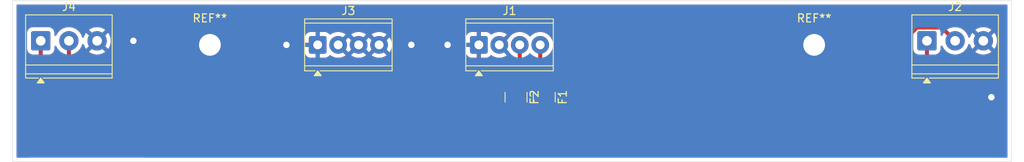
<source format=kicad_pcb>
(kicad_pcb (version 20241229) (generator "pcbnew") (generator_version "9.0")
  (layers (0 "F.Cu" signal) (2 "B.Cu" signal) (13 "F.Paste" user) (15 "B.Paste" user) (5 "F.SilkS" user "F.Silkscreen") (7 "B.SilkS" user "B.Silkscreen") (1 "F.Mask" user) (3 "B.Mask" user) (25 "Edge.Cuts" user))
  (net 0 "")
  (net 1 "-BATT")
  (net 2 "+BATT")
  (net 3 "GND")
  (net 4 "Net-(J1-Pin_4)")
  (net 5 "Net-(J1-Pin_3)")
  (footprint "MountingHole:MountingHole_2.7mm_M2.5_DIN965" (layer "F.Cu") (at 187.5 146)
    (property "Reference" "REF**" (at 0 -3.3 0) (layer "F.SilkS"))
    (property "Value" "MountingHole_2.7mm_M2.5_DIN965")
    (pad "" np_thru_hole circle (at 0 0) (size 2.7 2.7) (drill 2.7) (layers "*.Cu" "*.Mask"))
  )
  (footprint "Fuse:Fuse_1210_3225Metric" (layer "F.Cu") (at 150.5 152.5 -90)
    (property "Reference" "F2" (at 0 -2.28 90) (layer "F.SilkS"))
    (property "Value" "Fuse")
    (fp_line (start -0.602064 1.36) (end 0.602064 1.36) (stroke (width 0.12)) (layer "F.SilkS"))
    (fp_line (start -0.602064 -1.36) (end 0.602064 -1.36) (stroke (width 0.12)) (layer "F.SilkS"))
    (pad "1" smd roundrect (at -1.4 0 270) (size 1.25 2.65) (layers "F.Cu" "F.Mask" "F.Paste") (roundrect_rratio 0.2) (net 5 "Net-(J1-Pin_3)"))
    (pad "2" smd roundrect (at 1.4 0 270) (size 1.25 2.65) (layers "F.Cu" "F.Mask" "F.Paste") (roundrect_rratio 0.2) (net 1 "-BATT"))
  )
  (footprint "TerminalBlock_Phoenix:TerminalBlock_Phoenix_PT-1,5-3-3.5-H_1x03_P3.50mm_Horizontal" (layer "F.Cu") (at 201.5 145.5)
    (property "Reference" "J2" (at 3.5 -4.22 0) (layer "F.SilkS"))
    (property "Value" "Screw_Terminal_01x03")
    (fp_line (start -1.87 -3.22) (end 8.87 -3.22) (stroke (width 0.12)) (layer "F.SilkS"))
    (fp_line (start -1.87 3) (end 8.87 3) (stroke (width 0.12)) (layer "F.SilkS"))
    (fp_line (start -1.87 4.1) (end 8.87 4.1) (stroke (width 0.12)) (layer "F.SilkS"))
    (fp_line (start -1.87 4.62) (end -1.87 -3.22) (stroke (width 0.12)) (layer "F.SilkS"))
    (fp_line (start -0.3 4.62) (end -1.87 4.62) (stroke (width 0.12)) (layer "F.SilkS"))
    (fp_line (start 8.87 -3.22) (end 8.87 4.62) (stroke (width 0.12)) (layer "F.SilkS"))
    (fp_line (start 8.87 4.62) (end 0.3 4.62) (stroke (width 0.12)) (layer "F.SilkS"))
    (fp_poly (pts (xy 0 4.62) (xy 0.44 5.23) (xy -0.44 5.23)) (stroke (width 0.12)) (fill yes) (layer "F.SilkS"))
    (pad "1" thru_hole roundrect (at 0 0) (size 2.4 2.4) (drill 1.2) (layers "*.Cu" "*.Mask") (roundrect_rratio 0.104167) (net 2 "+BATT"))
    (pad "2" thru_hole circle (at 3.5 0) (size 2.4 2.4) (drill 1.2) (layers "*.Cu" "*.Mask") (net 1 "-BATT"))
    (pad "3" thru_hole circle (at 7 0) (size 2.4 2.4) (drill 1.2) (layers "*.Cu" "*.Mask") (net 3 "GND"))
  )
  (footprint "TerminalBlock_Phoenix:TerminalBlock_Phoenix_MPT-0,5-4-2.54_1x04_P2.54mm_Horizontal" (layer "F.Cu") (at 125.88 146)
    (property "Reference" "J3" (at 3.81 -4.22 0) (layer "F.SilkS"))
    (property "Value" "Screw_Terminal_01x04")
    (fp_line (start -1.62 -3.22) (end 9.24 -3.22) (stroke (width 0.12)) (layer "F.SilkS"))
    (fp_line (start -1.62 -2.7) (end 9.24 -2.7) (stroke (width 0.12)) (layer "F.SilkS"))
    (fp_line (start -1.62 2.6) (end 9.24 2.6) (stroke (width 0.12)) (layer "F.SilkS"))
    (fp_line (start -1.62 3.22) (end -1.62 -3.22) (stroke (width 0.12)) (layer "F.SilkS"))
    (fp_line (start -0.3 3.22) (end -1.62 3.22) (stroke (width 0.12)) (layer "F.SilkS"))
    (fp_line (start 9.24 -3.22) (end 9.24 3.22) (stroke (width 0.12)) (layer "F.SilkS"))
    (fp_line (start 9.24 3.22) (end 0.3 3.22) (stroke (width 0.12)) (layer "F.SilkS"))
    (fp_poly (pts (xy 0 3.22) (xy 0.44 3.83) (xy -0.44 3.83)) (stroke (width 0.12)) (fill yes) (layer "F.SilkS"))
    (pad "1" thru_hole roundrect (at 0 0) (size 2.2 2.2) (drill 1.1) (layers "*.Cu" "*.Mask") (roundrect_rratio 0.113636) (net 3 "GND"))
    (pad "2" thru_hole circle (at 2.54 0) (size 2.2 2.2) (drill 1.1) (layers "*.Cu" "*.Mask") (net 3 "GND"))
    (pad "3" thru_hole circle (at 5.08 0) (size 2.2 2.2) (drill 1.1) (layers "*.Cu" "*.Mask") (net 3 "GND"))
    (pad "4" thru_hole circle (at 7.62 0) (size 2.2 2.2) (drill 1.1) (layers "*.Cu" "*.Mask") (net 3 "GND"))
  )
  (footprint "TerminalBlock_Phoenix:TerminalBlock_Phoenix_MPT-0,5-4-2.54_1x04_P2.54mm_Horizontal" (layer "F.Cu") (at 145.88 146)
    (property "Reference" "J1" (at 3.81 -4.22 0) (layer "F.SilkS"))
    (property "Value" "Screw_Terminal_01x04")
    (fp_line (start -1.62 -3.22) (end 9.24 -3.22) (stroke (width 0.12)) (layer "F.SilkS"))
    (fp_line (start -1.62 -2.7) (end 9.24 -2.7) (stroke (width 0.12)) (layer "F.SilkS"))
    (fp_line (start -1.62 2.6) (end 9.24 2.6) (stroke (width 0.12)) (layer "F.SilkS"))
    (fp_line (start -1.62 3.22) (end -1.62 -3.22) (stroke (width 0.12)) (layer "F.SilkS"))
    (fp_line (start -0.3 3.22) (end -1.62 3.22) (stroke (width 0.12)) (layer "F.SilkS"))
    (fp_line (start 9.24 -3.22) (end 9.24 3.22) (stroke (width 0.12)) (layer "F.SilkS"))
    (fp_line (start 9.24 3.22) (end 0.3 3.22) (stroke (width 0.12)) (layer "F.SilkS"))
    (fp_poly (pts (xy 0 3.22) (xy 0.44 3.83) (xy -0.44 3.83)) (stroke (width 0.12)) (fill yes) (layer "F.SilkS"))
    (pad "1" thru_hole roundrect (at 0 0) (size 2.2 2.2) (drill 1.1) (layers "*.Cu" "*.Mask") (roundrect_rratio 0.113636) (net 3 "GND"))
    (pad "2" thru_hole circle (at 2.54 0) (size 2.2 2.2) (drill 1.1) (layers "*.Cu" "*.Mask") (net 3 "GND"))
    (pad "3" thru_hole circle (at 5.08 0) (size 2.2 2.2) (drill 1.1) (layers "*.Cu" "*.Mask") (net 5 "Net-(J1-Pin_3)"))
    (pad "4" thru_hole circle (at 7.62 0) (size 2.2 2.2) (drill 1.1) (layers "*.Cu" "*.Mask") (net 4 "Net-(J1-Pin_4)"))
  )
  (footprint "MountingHole:MountingHole_2.7mm_M2.5_DIN965" (layer "F.Cu") (at 112.5 146)
    (property "Reference" "REF**" (at 0 -3.3 0) (layer "F.SilkS"))
    (property "Value" "MountingHole_2.7mm_M2.5_DIN965")
    (pad "" np_thru_hole circle (at 0 0) (size 2.7 2.7) (drill 2.7) (layers "*.Cu" "*.Mask"))
  )
  (footprint "Fuse:Fuse_1210_3225Metric" (layer "F.Cu") (at 154 152.5 -90)
    (property "Reference" "F1" (at 0 -2.28 90) (layer "F.SilkS"))
    (property "Value" "Fuse")
    (fp_line (start -0.602064 1.36) (end 0.602064 1.36) (stroke (width 0.12)) (layer "F.SilkS"))
    (fp_line (start -0.602064 -1.36) (end 0.602064 -1.36) (stroke (width 0.12)) (layer "F.SilkS"))
    (pad "1" smd roundrect (at -1.4 0 270) (size 1.25 2.65) (layers "F.Cu" "F.Mask" "F.Paste") (roundrect_rratio 0.2) (net 4 "Net-(J1-Pin_4)"))
    (pad "2" smd roundrect (at 1.4 0 270) (size 1.25 2.65) (layers "F.Cu" "F.Mask" "F.Paste") (roundrect_rratio 0.2) (net 2 "+BATT"))
  )
  (footprint "TerminalBlock_Phoenix:TerminalBlock_Phoenix_PT-1,5-3-3.5-H_1x03_P3.50mm_Horizontal" (layer "F.Cu") (at 91.5 145.5)
    (property "Reference" "J4" (at 3.5 -4.22 0) (layer "F.SilkS"))
    (property "Value" "Screw_Terminal_01x03")
    (fp_line (start -1.87 -3.22) (end 8.87 -3.22) (stroke (width 0.12)) (layer "F.SilkS"))
    (fp_line (start -1.87 3) (end 8.87 3) (stroke (width 0.12)) (layer "F.SilkS"))
    (fp_line (start -1.87 4.1) (end 8.87 4.1) (stroke (width 0.12)) (layer "F.SilkS"))
    (fp_line (start -1.87 4.62) (end -1.87 -3.22) (stroke (width 0.12)) (layer "F.SilkS"))
    (fp_line (start -0.3 4.62) (end -1.87 4.62) (stroke (width 0.12)) (layer "F.SilkS"))
    (fp_line (start 8.87 -3.22) (end 8.87 4.62) (stroke (width 0.12)) (layer "F.SilkS"))
    (fp_line (start 8.87 4.62) (end 0.3 4.62) (stroke (width 0.12)) (layer "F.SilkS"))
    (fp_poly (pts (xy 0 4.62) (xy 0.44 5.23) (xy -0.44 5.23)) (stroke (width 0.12)) (fill yes) (layer "F.SilkS"))
    (pad "1" thru_hole roundrect (at 0 0) (size 2.4 2.4) (drill 1.2) (layers "*.Cu" "*.Mask") (roundrect_rratio 0.104167) (net 2 "+BATT"))
    (pad "2" thru_hole circle (at 3.5 0) (size 2.4 2.4) (drill 1.2) (layers "*.Cu" "*.Mask") (net 1 "-BATT"))
    (pad "3" thru_hole circle (at 7 0) (size 2.4 2.4) (drill 1.2) (layers "*.Cu" "*.Mask") (net 3 "GND"))
  )
  (gr_line (start 212 160.5) (end 88 160.5) (stroke (width 0.05)) (layer "Edge.Cuts"))
  (gr_line (start 88 140.5) (end 212 140.5) (stroke (width 0.05)) (layer "Edge.Cuts"))
  (gr_line (start 88 160.5) (end 88 140.5) (stroke (width 0.05)) (layer "Edge.Cuts"))
  (gr_line (start 212 140.5) (end 212 160.5) (stroke (width 0.05)) (layer "Edge.Cuts"))
  (gr_text "GND GND V- V+\n" (at 142.5 159 0) (layer "F.Cu") (effects (font (size 1.5 1.5) (thickness 0.3) (bold yes)) (justify left bottom)))
  (gr_text "V+ V- GND" (at 197.5 159 0) (layer "F.Cu") (effects (font (size 1.5 1.5) (thickness 0.3) (bold yes)) (justify left bottom)))
  (gr_text "V+ V- GND" (at 90.5 159.5 0) (layer "F.Cu") (effects (font (size 1.5 1.5) (thickness 0.3) (bold yes)) (justify left bottom)))
  (segment (start 151.576 152.824) (end 191.277708 152.824) (width 0.5) (layer "F.Cu") (net 1))
  (segment (start 96.9 153.9) (end 95 152) (width 0.5) (layer "F.Cu") (net 1))
  (segment (start 150.5 153.9) (end 96.9 153.9) (width 0.5) (layer "F.Cu") (net 1))
  (segment (start 203.349 143.849) (end 205 145.5) (width 0.5) (layer "F.Cu") (net 1))
  (segment (start 191.277708 152.824) (end 200.252708 143.849) (width 0.5) (layer "F.Cu") (net 1))
  (segment (start 200.252708 143.849) (end 203.349 143.849) (width 0.5) (layer "F.Cu") (net 1))
  (segment (start 150.5 153.9) (end 151.576 152.824) (width 0.5) (layer "F.Cu") (net 1))
  (segment (start 95 152) (end 95 145.5) (width 0.5) (layer "F.Cu") (net 1))
  (segment (start 91.5 151) (end 91.5 145.5) (width 0.5) (layer "F.Cu") (net 2))
  (segment (start 201.5 152) (end 201.5 145.5) (width 0.5) (layer "F.Cu") (net 2))
  (segment (start 95.476 154.976) (end 91.5 151) (width 0.5) (layer "F.Cu") (net 2))
  (segment (start 199.6 153.9) (end 201.5 152) (width 0.5) (layer "F.Cu") (net 2))
  (segment (start 154 153.9) (end 152.924 154.976) (width 0.5) (layer "F.Cu") (net 2))
  (segment (start 152.924 154.976) (end 95.476 154.976) (width 0.5) (layer "F.Cu") (net 2))
  (segment (start 154 153.9) (end 199.6 153.9) (width 0.5) (layer "F.Cu") (net 2))
  (via (at 142 146) (size 1) (drill 0.8) (layers "F.Cu" "B.Cu") (net 3))
  (via (at 137.5 146) (size 1) (drill 0.8) (layers "F.Cu" "B.Cu") (net 3))
  (via (at 122 146) (size 1) (drill 0.8) (layers "F.Cu" "B.Cu") (net 3))
  (via (at 103 145.5) (size 1) (drill 0.8) (layers "F.Cu" "B.Cu") (net 3))
  (via (at 209.5 152.5) (size 1) (drill 0.8) (layers "F.Cu" "B.Cu") (net 3))
  (segment (start 153.5 150.6) (end 154 151.1) (width 0.5) (layer "F.Cu") (net 4))
  (segment (start 153.5 146) (end 153.5 150.6) (width 0.5) (layer "F.Cu") (net 4))
  (segment (start 150.96 146) (end 150.96 150.64) (width 0.5) (layer "F.Cu") (net 5))
  (segment (start 150.96 150.64) (end 150.5 151.1) (width 0.5) (layer "F.Cu") (net 5))
  (zone (net 3) (net_name "GND") (layers "F.Cu" "B.Cu") (connect_pads (clearance 0.5)) (min_thickness 0.25) (fill yes (thermal_gap 0.5) (thermal_bridge_width 0.5))
    (polygon (pts (xy 88 140.5) (xy 212 140.5) (xy 212 160.5) (xy 88 160.5)))
  )
)
</source>
